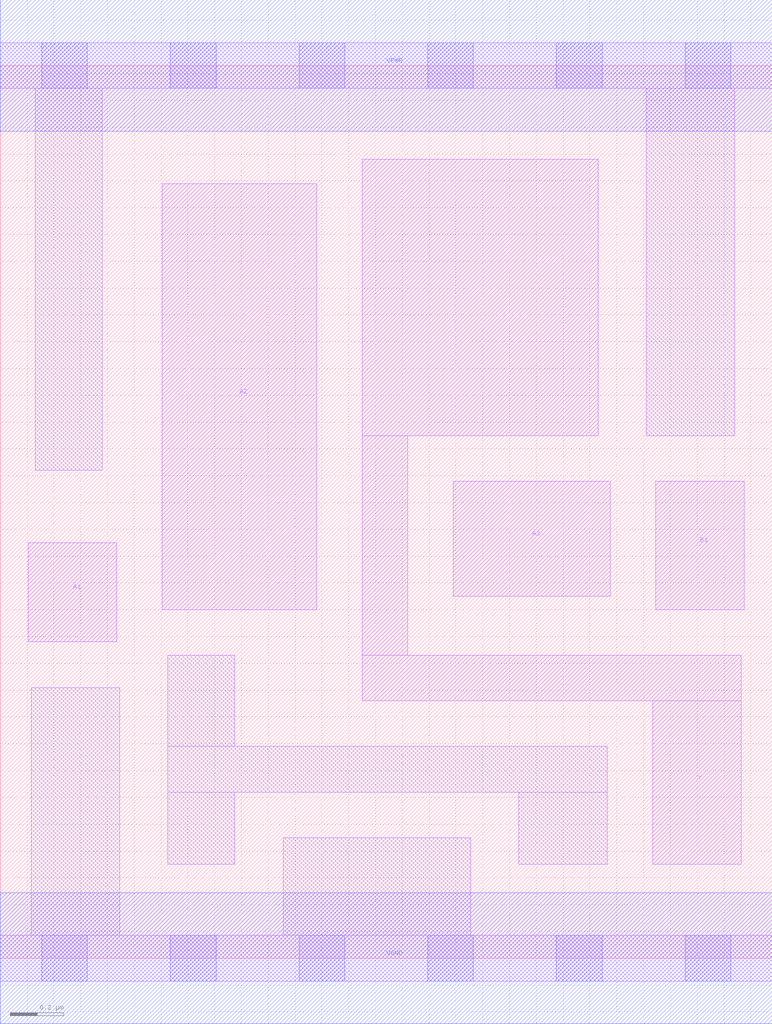
<source format=lef>
# Copyright 2020 The SkyWater PDK Authors
#
# Licensed under the Apache License, Version 2.0 (the "License");
# you may not use this file except in compliance with the License.
# You may obtain a copy of the License at
#
#     https://www.apache.org/licenses/LICENSE-2.0
#
# Unless required by applicable law or agreed to in writing, software
# distributed under the License is distributed on an "AS IS" BASIS,
# WITHOUT WARRANTIES OR CONDITIONS OF ANY KIND, either express or implied.
# See the License for the specific language governing permissions and
# limitations under the License.
#
# SPDX-License-Identifier: Apache-2.0

VERSION 5.7 ;
  NAMESCASESENSITIVE ON ;
  NOWIREEXTENSIONATPIN ON ;
  DIVIDERCHAR "/" ;
  BUSBITCHARS "[]" ;
UNITS
  DATABASE MICRONS 200 ;
END UNITS
MACRO sky130_fd_sc_ls__o31ai_1
  CLASS CORE ;
  SOURCE USER ;
  FOREIGN sky130_fd_sc_ls__o31ai_1 ;
  ORIGIN  0.000000  0.000000 ;
  SIZE  2.880000 BY  3.330000 ;
  SYMMETRY X Y ;
  SITE unit ;
  PIN A1
    ANTENNAGATEAREA  0.279000 ;
    DIRECTION INPUT ;
    USE SIGNAL ;
    PORT
      LAYER li1 ;
        RECT 0.105000 1.180000 0.435000 1.550000 ;
    END
  END A1
  PIN A2
    ANTENNAGATEAREA  0.279000 ;
    DIRECTION INPUT ;
    USE SIGNAL ;
    PORT
      LAYER li1 ;
        RECT 0.605000 1.300000 1.180000 2.890000 ;
    END
  END A2
  PIN A3
    ANTENNAGATEAREA  0.279000 ;
    DIRECTION INPUT ;
    USE SIGNAL ;
    PORT
      LAYER li1 ;
        RECT 1.690000 1.350000 2.275000 1.780000 ;
    END
  END A3
  PIN B1
    ANTENNAGATEAREA  0.279000 ;
    DIRECTION INPUT ;
    USE SIGNAL ;
    PORT
      LAYER li1 ;
        RECT 2.445000 1.300000 2.775000 1.780000 ;
    END
  END B1
  PIN Y
    ANTENNADIFFAREA  1.020700 ;
    DIRECTION OUTPUT ;
    USE SIGNAL ;
    PORT
      LAYER li1 ;
        RECT 1.350000 0.960000 2.765000 1.130000 ;
        RECT 1.350000 1.130000 1.520000 1.950000 ;
        RECT 1.350000 1.950000 2.230000 2.980000 ;
        RECT 2.435000 0.350000 2.765000 0.960000 ;
    END
  END Y
  PIN VGND
    DIRECTION INOUT ;
    SHAPE ABUTMENT ;
    USE GROUND ;
    PORT
      LAYER met1 ;
        RECT 0.000000 -0.245000 2.880000 0.245000 ;
    END
  END VGND
  PIN VPWR
    DIRECTION INOUT ;
    SHAPE ABUTMENT ;
    USE POWER ;
    PORT
      LAYER met1 ;
        RECT 0.000000 3.085000 2.880000 3.575000 ;
    END
  END VPWR
  OBS
    LAYER li1 ;
      RECT 0.000000 -0.085000 2.880000 0.085000 ;
      RECT 0.000000  3.245000 2.880000 3.415000 ;
      RECT 0.115000  0.085000 0.445000 1.010000 ;
      RECT 0.130000  1.820000 0.380000 3.245000 ;
      RECT 0.625000  0.350000 0.875000 0.620000 ;
      RECT 0.625000  0.620000 2.265000 0.790000 ;
      RECT 0.625000  0.790000 0.875000 1.130000 ;
      RECT 1.055000  0.085000 1.755000 0.450000 ;
      RECT 1.935000  0.350000 2.265000 0.620000 ;
      RECT 2.410000  1.950000 2.740000 3.245000 ;
    LAYER mcon ;
      RECT 0.155000 -0.085000 0.325000 0.085000 ;
      RECT 0.155000  3.245000 0.325000 3.415000 ;
      RECT 0.635000 -0.085000 0.805000 0.085000 ;
      RECT 0.635000  3.245000 0.805000 3.415000 ;
      RECT 1.115000 -0.085000 1.285000 0.085000 ;
      RECT 1.115000  3.245000 1.285000 3.415000 ;
      RECT 1.595000 -0.085000 1.765000 0.085000 ;
      RECT 1.595000  3.245000 1.765000 3.415000 ;
      RECT 2.075000 -0.085000 2.245000 0.085000 ;
      RECT 2.075000  3.245000 2.245000 3.415000 ;
      RECT 2.555000 -0.085000 2.725000 0.085000 ;
      RECT 2.555000  3.245000 2.725000 3.415000 ;
  END
END sky130_fd_sc_ls__o31ai_1

</source>
